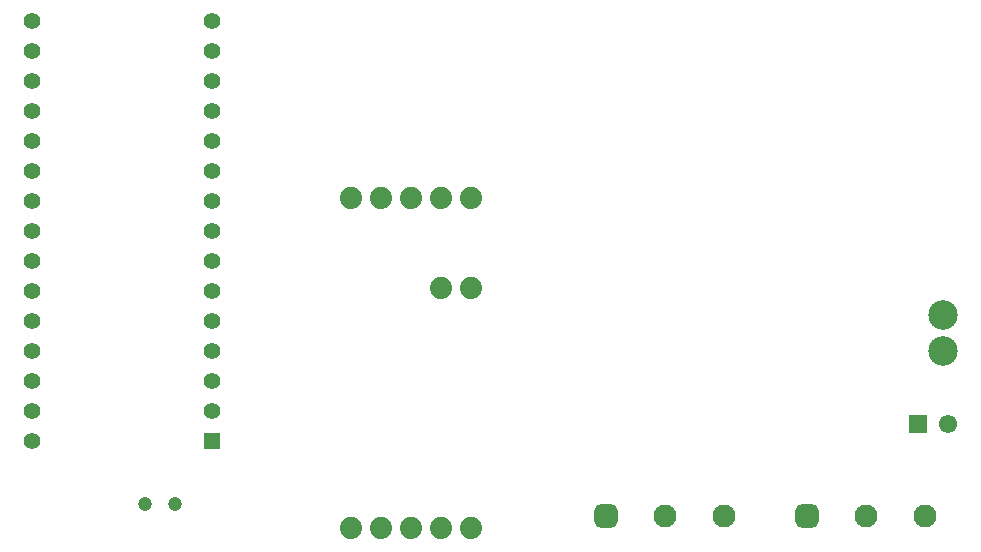
<source format=gbr>
G04*
G04 #@! TF.GenerationSoftware,Altium Limited,Altium Designer,24.6.1 (21)*
G04*
G04 Layer_Color=255*
%FSLAX25Y25*%
%MOIN*%
G70*
G04*
G04 #@! TF.SameCoordinates,E7B071F1-E274-4D6C-8170-77C2E5B523DC*
G04*
G04*
G04 #@! TF.FilePolarity,Positive*
G04*
G01*
G75*
%ADD59C,0.05567*%
%ADD60R,0.05567X0.05567*%
%ADD64C,0.06102*%
%ADD65R,0.06102X0.06102*%
%ADD66C,0.07400*%
%ADD67C,0.07677*%
G04:AMPARAMS|DCode=68|XSize=76.77mil|YSize=76.77mil|CornerRadius=19.19mil|HoleSize=0mil|Usage=FLASHONLY|Rotation=0.000|XOffset=0mil|YOffset=0mil|HoleType=Round|Shape=RoundedRectangle|*
%AMROUNDEDRECTD68*
21,1,0.07677,0.03839,0,0,0.0*
21,1,0.03839,0.07677,0,0,0.0*
1,1,0.03839,0.01919,-0.01919*
1,1,0.03839,-0.01919,-0.01919*
1,1,0.03839,-0.01919,0.01919*
1,1,0.03839,0.01919,0.01919*
%
%ADD68ROUNDEDRECTD68*%
%ADD69C,0.09843*%
%ADD70C,0.04724*%
D59*
X9370Y60292D02*
D03*
Y70292D02*
D03*
Y80292D02*
D03*
Y90292D02*
D03*
Y100292D02*
D03*
Y110292D02*
D03*
Y120292D02*
D03*
Y130292D02*
D03*
Y140292D02*
D03*
Y150292D02*
D03*
Y160292D02*
D03*
Y170292D02*
D03*
Y180292D02*
D03*
Y190292D02*
D03*
Y200292D02*
D03*
X69370D02*
D03*
Y190292D02*
D03*
Y180292D02*
D03*
Y170292D02*
D03*
Y160292D02*
D03*
Y150292D02*
D03*
Y140292D02*
D03*
Y130292D02*
D03*
Y120292D02*
D03*
Y110292D02*
D03*
Y100292D02*
D03*
Y90292D02*
D03*
Y80292D02*
D03*
Y70292D02*
D03*
D60*
Y60292D02*
D03*
D64*
X314961Y66111D02*
D03*
D65*
X304961D02*
D03*
D66*
X155669Y111496D02*
D03*
X145669D02*
D03*
X155669Y141496D02*
D03*
X145669D02*
D03*
X135669D02*
D03*
X125669D02*
D03*
X115669D02*
D03*
Y31496D02*
D03*
X125669D02*
D03*
X135669D02*
D03*
X145669D02*
D03*
X155669D02*
D03*
D67*
X307087Y35433D02*
D03*
X287402D02*
D03*
X240157D02*
D03*
X220472D02*
D03*
D68*
X267717D02*
D03*
X200787D02*
D03*
D69*
X312992Y90551D02*
D03*
Y102362D02*
D03*
D70*
X57244Y39370D02*
D03*
X47244D02*
D03*
M02*

</source>
